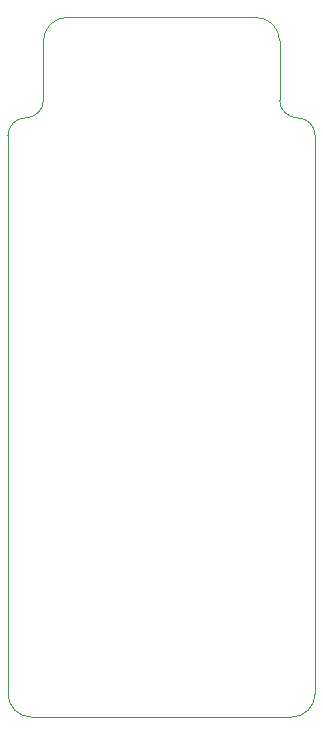
<source format=gbr>
G04 #@! TF.GenerationSoftware,KiCad,Pcbnew,(5.1.2)-2*
G04 #@! TF.CreationDate,2021-09-15T08:14:16+10:00*
G04 #@! TF.ProjectId,MHI ESP,4d484920-4553-4502-9e6b-696361645f70,rev?*
G04 #@! TF.SameCoordinates,Original*
G04 #@! TF.FileFunction,Profile,NP*
%FSLAX46Y46*%
G04 Gerber Fmt 4.6, Leading zero omitted, Abs format (unit mm)*
G04 Created by KiCad (PCBNEW (5.1.2)-2) date 2021-09-15 08:14:16*
%MOMM*%
%LPD*%
G04 APERTURE LIST*
%ADD10C,0.050000*%
G04 APERTURE END LIST*
D10*
X138000000Y-132250000D02*
G75*
G02X136000000Y-134250000I-2000000J0D01*
G01*
X114000000Y-134250000D02*
G75*
G02X112000000Y-132250000I0J2000000D01*
G01*
X114000000Y-134250000D02*
X115000000Y-134250000D01*
X112000000Y-116000000D02*
X112000000Y-132250000D01*
X138000000Y-119000000D02*
X138000000Y-132250000D01*
X136000000Y-134250000D02*
X135000000Y-134250000D01*
X138000000Y-118500000D02*
X138000000Y-119000000D01*
X138000000Y-118500000D02*
X138000000Y-116000000D01*
X136500000Y-83500000D02*
G75*
G02X138000000Y-85000000I0J-1500000D01*
G01*
X136500000Y-83500000D02*
G75*
G02X135000000Y-82000000I0J1500000D01*
G01*
X112000000Y-85000000D02*
G75*
G02X113500000Y-83500000I1500000J0D01*
G01*
X115000000Y-82000000D02*
G75*
G02X113500000Y-83500000I-1500000J0D01*
G01*
X138000000Y-87000000D02*
X138000000Y-85000000D01*
X133000000Y-75000000D02*
G75*
G02X135000000Y-77000000I0J-2000000D01*
G01*
X115000000Y-77000000D02*
G75*
G02X117000000Y-75000000I2000000J0D01*
G01*
X112000000Y-87000000D02*
X112000000Y-85000000D01*
X135000000Y-77000000D02*
X135000000Y-82000000D01*
X115000000Y-77000000D02*
X115000000Y-82000000D01*
X117000000Y-75000000D02*
X133000000Y-75000000D01*
X112000000Y-116000000D02*
X112000000Y-87000000D01*
X135000000Y-134250000D02*
X115000000Y-134250000D01*
X138000000Y-87000000D02*
X138000000Y-116000000D01*
M02*

</source>
